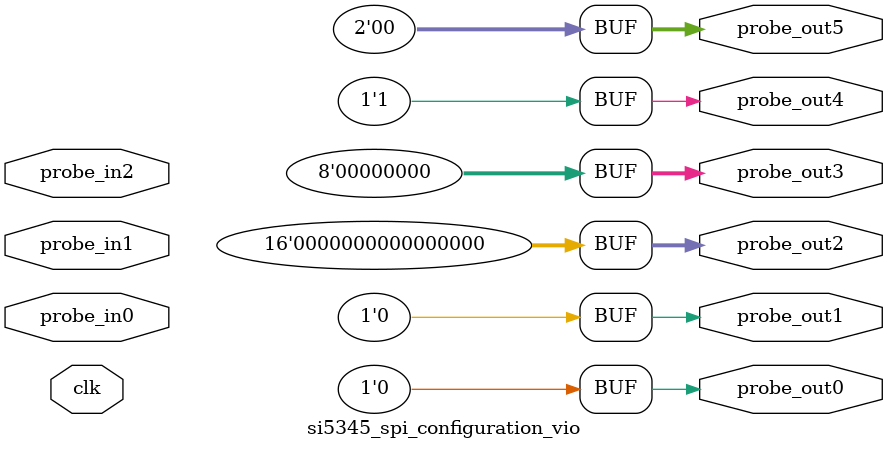
<source format=v>
`timescale 1ns / 1ps
module si5345_spi_configuration_vio (
clk,
probe_in0,probe_in1,probe_in2,
probe_out0,
probe_out1,
probe_out2,
probe_out3,
probe_out4,
probe_out5
);

input clk;
input [0 : 0] probe_in0;
input [0 : 0] probe_in1;
input [7 : 0] probe_in2;

output reg [0 : 0] probe_out0 = 'h0 ;
output reg [0 : 0] probe_out1 = 'h0 ;
output reg [15 : 0] probe_out2 = 'h0000 ;
output reg [7 : 0] probe_out3 = 'h00 ;
output reg [0 : 0] probe_out4 = 'h1 ;
output reg [1 : 0] probe_out5 = 'h0 ;


endmodule

</source>
